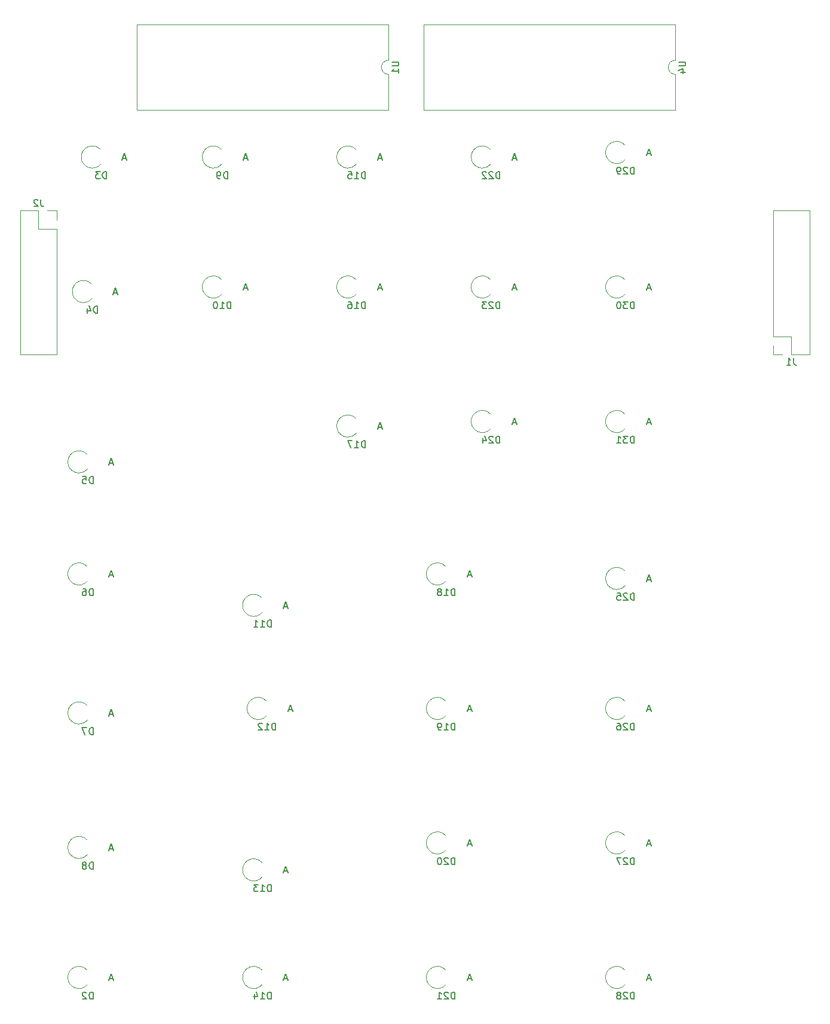
<source format=gbr>
G04 #@! TF.GenerationSoftware,KiCad,Pcbnew,5.0.2-bee76a0~70~ubuntu18.04.1*
G04 #@! TF.CreationDate,2020-02-25T15:21:58-05:00*
G04 #@! TF.ProjectId,led-display,6c65642d-6469-4737-906c-61792e6b6963,rev?*
G04 #@! TF.SameCoordinates,Original*
G04 #@! TF.FileFunction,Legend,Bot*
G04 #@! TF.FilePolarity,Positive*
%FSLAX46Y46*%
G04 Gerber Fmt 4.6, Leading zero omitted, Abs format (unit mm)*
G04 Created by KiCad (PCBNEW 5.0.2-bee76a0~70~ubuntu18.04.1) date Tue 25 Feb 2020 03:21:58 PM EST*
%MOMM*%
%LPD*%
G01*
G04 APERTURE LIST*
%ADD10C,0.120000*%
%ADD11C,0.150000*%
G04 APERTURE END LIST*
D10*
G04 #@! TO.C,J1*
X145990000Y-64710000D02*
X151190000Y-64710000D01*
X145990000Y-82550000D02*
X145990000Y-64710000D01*
X151190000Y-85150000D02*
X151190000Y-64710000D01*
X145990000Y-82550000D02*
X148590000Y-82550000D01*
X148590000Y-82550000D02*
X148590000Y-85150000D01*
X148590000Y-85150000D02*
X151190000Y-85150000D01*
X145990000Y-83820000D02*
X145990000Y-85150000D01*
X145990000Y-85150000D02*
X147320000Y-85150000D01*
G04 #@! TO.C,J2*
X44510000Y-64710000D02*
X43180000Y-64710000D01*
X44510000Y-66040000D02*
X44510000Y-64710000D01*
X41910000Y-64710000D02*
X39310000Y-64710000D01*
X41910000Y-67310000D02*
X41910000Y-64710000D01*
X44510000Y-67310000D02*
X41910000Y-67310000D01*
X39310000Y-64710000D02*
X39310000Y-85150000D01*
X44510000Y-67310000D02*
X44510000Y-85150000D01*
X44510000Y-85150000D02*
X39310000Y-85150000D01*
G04 #@! TO.C,U1*
X91500000Y-43450000D02*
G75*
G03X91500000Y-45450000I0J-1000000D01*
G01*
X91500000Y-45450000D02*
X91500000Y-50510000D01*
X91500000Y-50510000D02*
X55820000Y-50510000D01*
X55820000Y-50510000D02*
X55820000Y-38390000D01*
X55820000Y-38390000D02*
X91500000Y-38390000D01*
X91500000Y-38390000D02*
X91500000Y-43450000D01*
G04 #@! TO.C,U4*
X132140000Y-38390000D02*
X132140000Y-43450000D01*
X96460000Y-38390000D02*
X132140000Y-38390000D01*
X96460000Y-50510000D02*
X96460000Y-38390000D01*
X132140000Y-50510000D02*
X96460000Y-50510000D01*
X132140000Y-45450000D02*
X132140000Y-50510000D01*
X132140000Y-43450000D02*
G75*
G03X132140000Y-45450000I0J-1000000D01*
G01*
G04 #@! TO.C,D2*
X48776253Y-172287019D02*
G75*
G03X48835772Y-174355000I-1151253J-1067981D01*
G01*
G04 #@! TO.C,D3*
X50681253Y-56082019D02*
G75*
G03X50740772Y-58150000I-1151253J-1067981D01*
G01*
G04 #@! TO.C,D4*
X49411253Y-75132019D02*
G75*
G03X49470772Y-77200000I-1151253J-1067981D01*
G01*
G04 #@! TO.C,D5*
X48776253Y-99262019D02*
G75*
G03X48835772Y-101330000I-1151253J-1067981D01*
G01*
G04 #@! TO.C,D6*
X48776253Y-115137019D02*
G75*
G03X48835772Y-117205000I-1151253J-1067981D01*
G01*
G04 #@! TO.C,D7*
X48776253Y-134822019D02*
G75*
G03X48835772Y-136890000I-1151253J-1067981D01*
G01*
G04 #@! TO.C,D8*
X48776253Y-153872019D02*
G75*
G03X48835772Y-155940000I-1151253J-1067981D01*
G01*
G04 #@! TO.C,D9*
X67826253Y-56082019D02*
G75*
G03X67885772Y-58150000I-1151253J-1067981D01*
G01*
G04 #@! TO.C,D10*
X67826253Y-74497019D02*
G75*
G03X67885772Y-76565000I-1151253J-1067981D01*
G01*
G04 #@! TO.C,D11*
X73541253Y-119582019D02*
G75*
G03X73600772Y-121650000I-1151253J-1067981D01*
G01*
G04 #@! TO.C,D12*
X74176253Y-134187019D02*
G75*
G03X74235772Y-136255000I-1151253J-1067981D01*
G01*
G04 #@! TO.C,D13*
X73541253Y-157047019D02*
G75*
G03X73600772Y-159115000I-1151253J-1067981D01*
G01*
G04 #@! TO.C,D14*
X73541253Y-172287019D02*
G75*
G03X73600772Y-174355000I-1151253J-1067981D01*
G01*
G04 #@! TO.C,D15*
X86876253Y-56082019D02*
G75*
G03X86935772Y-58150000I-1151253J-1067981D01*
G01*
G04 #@! TO.C,D16*
X86876253Y-74497019D02*
G75*
G03X86935772Y-76565000I-1151253J-1067981D01*
G01*
G04 #@! TO.C,D17*
X86876253Y-94182019D02*
G75*
G03X86935772Y-96250000I-1151253J-1067981D01*
G01*
G04 #@! TO.C,D18*
X99576253Y-115137019D02*
G75*
G03X99635772Y-117205000I-1151253J-1067981D01*
G01*
G04 #@! TO.C,D19*
X99576253Y-134187019D02*
G75*
G03X99635772Y-136255000I-1151253J-1067981D01*
G01*
G04 #@! TO.C,D20*
X99576253Y-153237019D02*
G75*
G03X99635772Y-155305000I-1151253J-1067981D01*
G01*
G04 #@! TO.C,D21*
X99576253Y-172287019D02*
G75*
G03X99635772Y-174355000I-1151253J-1067981D01*
G01*
G04 #@! TO.C,D22*
X105926253Y-56082019D02*
G75*
G03X105985772Y-58150000I-1151253J-1067981D01*
G01*
G04 #@! TO.C,D23*
X105926253Y-74497019D02*
G75*
G03X105985772Y-76565000I-1151253J-1067981D01*
G01*
G04 #@! TO.C,D24*
X105926253Y-93547019D02*
G75*
G03X105985772Y-95615000I-1151253J-1067981D01*
G01*
G04 #@! TO.C,D25*
X124976253Y-115772019D02*
G75*
G03X125035772Y-117840000I-1151253J-1067981D01*
G01*
G04 #@! TO.C,D26*
X124976253Y-134187019D02*
G75*
G03X125035772Y-136255000I-1151253J-1067981D01*
G01*
G04 #@! TO.C,D27*
X124976253Y-153237019D02*
G75*
G03X125035772Y-155305000I-1151253J-1067981D01*
G01*
G04 #@! TO.C,D28*
X124976253Y-172287019D02*
G75*
G03X125035772Y-174355000I-1151253J-1067981D01*
G01*
G04 #@! TO.C,D29*
X124976253Y-55447019D02*
G75*
G03X125035772Y-57515000I-1151253J-1067981D01*
G01*
G04 #@! TO.C,D30*
X124976253Y-74497019D02*
G75*
G03X125035772Y-76565000I-1151253J-1067981D01*
G01*
G04 #@! TO.C,D31*
X124976253Y-93547019D02*
G75*
G03X125035772Y-95615000I-1151253J-1067981D01*
G01*
G04 #@! TO.C,J1*
D11*
X148923333Y-85602380D02*
X148923333Y-86316666D01*
X148970952Y-86459523D01*
X149066190Y-86554761D01*
X149209047Y-86602380D01*
X149304285Y-86602380D01*
X147923333Y-86602380D02*
X148494761Y-86602380D01*
X148209047Y-86602380D02*
X148209047Y-85602380D01*
X148304285Y-85745238D01*
X148399523Y-85840476D01*
X148494761Y-85888095D01*
G04 #@! TO.C,J2*
X42243333Y-63162380D02*
X42243333Y-63876666D01*
X42290952Y-64019523D01*
X42386190Y-64114761D01*
X42529047Y-64162380D01*
X42624285Y-64162380D01*
X41814761Y-63257619D02*
X41767142Y-63210000D01*
X41671904Y-63162380D01*
X41433809Y-63162380D01*
X41338571Y-63210000D01*
X41290952Y-63257619D01*
X41243333Y-63352857D01*
X41243333Y-63448095D01*
X41290952Y-63590952D01*
X41862380Y-64162380D01*
X41243333Y-64162380D01*
G04 #@! TO.C,U1*
X91952380Y-43688095D02*
X92761904Y-43688095D01*
X92857142Y-43735714D01*
X92904761Y-43783333D01*
X92952380Y-43878571D01*
X92952380Y-44069047D01*
X92904761Y-44164285D01*
X92857142Y-44211904D01*
X92761904Y-44259523D01*
X91952380Y-44259523D01*
X92952380Y-45259523D02*
X92952380Y-44688095D01*
X92952380Y-44973809D02*
X91952380Y-44973809D01*
X92095238Y-44878571D01*
X92190476Y-44783333D01*
X92238095Y-44688095D01*
G04 #@! TO.C,U4*
X132592380Y-43688095D02*
X133401904Y-43688095D01*
X133497142Y-43735714D01*
X133544761Y-43783333D01*
X133592380Y-43878571D01*
X133592380Y-44069047D01*
X133544761Y-44164285D01*
X133497142Y-44211904D01*
X133401904Y-44259523D01*
X132592380Y-44259523D01*
X132925714Y-45164285D02*
X133592380Y-45164285D01*
X132544761Y-44926190D02*
X133259047Y-44688095D01*
X133259047Y-45307142D01*
G04 #@! TO.C,D2*
X49633095Y-176416594D02*
X49633095Y-175416594D01*
X49395000Y-175416594D01*
X49252142Y-175464214D01*
X49156904Y-175559452D01*
X49109285Y-175654690D01*
X49061666Y-175845166D01*
X49061666Y-175988023D01*
X49109285Y-176178499D01*
X49156904Y-176273737D01*
X49252142Y-176368975D01*
X49395000Y-176416594D01*
X49633095Y-176416594D01*
X48680714Y-175511833D02*
X48633095Y-175464214D01*
X48537857Y-175416594D01*
X48299761Y-175416594D01*
X48204523Y-175464214D01*
X48156904Y-175511833D01*
X48109285Y-175607071D01*
X48109285Y-175702309D01*
X48156904Y-175845166D01*
X48728333Y-176416594D01*
X48109285Y-176416594D01*
X52403095Y-173521666D02*
X51926904Y-173521666D01*
X52498333Y-173807380D02*
X52165000Y-172807380D01*
X51831666Y-173807380D01*
G04 #@! TO.C,D3*
X51538095Y-60211594D02*
X51538095Y-59211594D01*
X51300000Y-59211594D01*
X51157142Y-59259214D01*
X51061904Y-59354452D01*
X51014285Y-59449690D01*
X50966666Y-59640166D01*
X50966666Y-59783023D01*
X51014285Y-59973499D01*
X51061904Y-60068737D01*
X51157142Y-60163975D01*
X51300000Y-60211594D01*
X51538095Y-60211594D01*
X50633333Y-59211594D02*
X50014285Y-59211594D01*
X50347619Y-59592547D01*
X50204761Y-59592547D01*
X50109523Y-59640166D01*
X50061904Y-59687785D01*
X50014285Y-59783023D01*
X50014285Y-60021118D01*
X50061904Y-60116356D01*
X50109523Y-60163975D01*
X50204761Y-60211594D01*
X50490476Y-60211594D01*
X50585714Y-60163975D01*
X50633333Y-60116356D01*
X54308095Y-57316666D02*
X53831904Y-57316666D01*
X54403333Y-57602380D02*
X54070000Y-56602380D01*
X53736666Y-57602380D01*
G04 #@! TO.C,D4*
X50268095Y-79261594D02*
X50268095Y-78261594D01*
X50030000Y-78261594D01*
X49887142Y-78309214D01*
X49791904Y-78404452D01*
X49744285Y-78499690D01*
X49696666Y-78690166D01*
X49696666Y-78833023D01*
X49744285Y-79023499D01*
X49791904Y-79118737D01*
X49887142Y-79213975D01*
X50030000Y-79261594D01*
X50268095Y-79261594D01*
X48839523Y-78594928D02*
X48839523Y-79261594D01*
X49077619Y-78213975D02*
X49315714Y-78928261D01*
X48696666Y-78928261D01*
X53038095Y-76366666D02*
X52561904Y-76366666D01*
X53133333Y-76652380D02*
X52800000Y-75652380D01*
X52466666Y-76652380D01*
G04 #@! TO.C,D5*
X49633095Y-103391594D02*
X49633095Y-102391594D01*
X49395000Y-102391594D01*
X49252142Y-102439214D01*
X49156904Y-102534452D01*
X49109285Y-102629690D01*
X49061666Y-102820166D01*
X49061666Y-102963023D01*
X49109285Y-103153499D01*
X49156904Y-103248737D01*
X49252142Y-103343975D01*
X49395000Y-103391594D01*
X49633095Y-103391594D01*
X48156904Y-102391594D02*
X48633095Y-102391594D01*
X48680714Y-102867785D01*
X48633095Y-102820166D01*
X48537857Y-102772547D01*
X48299761Y-102772547D01*
X48204523Y-102820166D01*
X48156904Y-102867785D01*
X48109285Y-102963023D01*
X48109285Y-103201118D01*
X48156904Y-103296356D01*
X48204523Y-103343975D01*
X48299761Y-103391594D01*
X48537857Y-103391594D01*
X48633095Y-103343975D01*
X48680714Y-103296356D01*
X52403095Y-100496666D02*
X51926904Y-100496666D01*
X52498333Y-100782380D02*
X52165000Y-99782380D01*
X51831666Y-100782380D01*
G04 #@! TO.C,D6*
X49633095Y-119266594D02*
X49633095Y-118266594D01*
X49395000Y-118266594D01*
X49252142Y-118314214D01*
X49156904Y-118409452D01*
X49109285Y-118504690D01*
X49061666Y-118695166D01*
X49061666Y-118838023D01*
X49109285Y-119028499D01*
X49156904Y-119123737D01*
X49252142Y-119218975D01*
X49395000Y-119266594D01*
X49633095Y-119266594D01*
X48204523Y-118266594D02*
X48395000Y-118266594D01*
X48490238Y-118314214D01*
X48537857Y-118361833D01*
X48633095Y-118504690D01*
X48680714Y-118695166D01*
X48680714Y-119076118D01*
X48633095Y-119171356D01*
X48585476Y-119218975D01*
X48490238Y-119266594D01*
X48299761Y-119266594D01*
X48204523Y-119218975D01*
X48156904Y-119171356D01*
X48109285Y-119076118D01*
X48109285Y-118838023D01*
X48156904Y-118742785D01*
X48204523Y-118695166D01*
X48299761Y-118647547D01*
X48490238Y-118647547D01*
X48585476Y-118695166D01*
X48633095Y-118742785D01*
X48680714Y-118838023D01*
X52403095Y-116371666D02*
X51926904Y-116371666D01*
X52498333Y-116657380D02*
X52165000Y-115657380D01*
X51831666Y-116657380D01*
G04 #@! TO.C,D7*
X49633095Y-138951594D02*
X49633095Y-137951594D01*
X49395000Y-137951594D01*
X49252142Y-137999214D01*
X49156904Y-138094452D01*
X49109285Y-138189690D01*
X49061666Y-138380166D01*
X49061666Y-138523023D01*
X49109285Y-138713499D01*
X49156904Y-138808737D01*
X49252142Y-138903975D01*
X49395000Y-138951594D01*
X49633095Y-138951594D01*
X48728333Y-137951594D02*
X48061666Y-137951594D01*
X48490238Y-138951594D01*
X52403095Y-136056666D02*
X51926904Y-136056666D01*
X52498333Y-136342380D02*
X52165000Y-135342380D01*
X51831666Y-136342380D01*
G04 #@! TO.C,D8*
X49633095Y-158001594D02*
X49633095Y-157001594D01*
X49395000Y-157001594D01*
X49252142Y-157049214D01*
X49156904Y-157144452D01*
X49109285Y-157239690D01*
X49061666Y-157430166D01*
X49061666Y-157573023D01*
X49109285Y-157763499D01*
X49156904Y-157858737D01*
X49252142Y-157953975D01*
X49395000Y-158001594D01*
X49633095Y-158001594D01*
X48490238Y-157430166D02*
X48585476Y-157382547D01*
X48633095Y-157334928D01*
X48680714Y-157239690D01*
X48680714Y-157192071D01*
X48633095Y-157096833D01*
X48585476Y-157049214D01*
X48490238Y-157001594D01*
X48299761Y-157001594D01*
X48204523Y-157049214D01*
X48156904Y-157096833D01*
X48109285Y-157192071D01*
X48109285Y-157239690D01*
X48156904Y-157334928D01*
X48204523Y-157382547D01*
X48299761Y-157430166D01*
X48490238Y-157430166D01*
X48585476Y-157477785D01*
X48633095Y-157525404D01*
X48680714Y-157620642D01*
X48680714Y-157811118D01*
X48633095Y-157906356D01*
X48585476Y-157953975D01*
X48490238Y-158001594D01*
X48299761Y-158001594D01*
X48204523Y-157953975D01*
X48156904Y-157906356D01*
X48109285Y-157811118D01*
X48109285Y-157620642D01*
X48156904Y-157525404D01*
X48204523Y-157477785D01*
X48299761Y-157430166D01*
X52403095Y-155106666D02*
X51926904Y-155106666D01*
X52498333Y-155392380D02*
X52165000Y-154392380D01*
X51831666Y-155392380D01*
G04 #@! TO.C,D9*
X68683095Y-60211594D02*
X68683095Y-59211594D01*
X68445000Y-59211594D01*
X68302142Y-59259214D01*
X68206904Y-59354452D01*
X68159285Y-59449690D01*
X68111666Y-59640166D01*
X68111666Y-59783023D01*
X68159285Y-59973499D01*
X68206904Y-60068737D01*
X68302142Y-60163975D01*
X68445000Y-60211594D01*
X68683095Y-60211594D01*
X67635476Y-60211594D02*
X67445000Y-60211594D01*
X67349761Y-60163975D01*
X67302142Y-60116356D01*
X67206904Y-59973499D01*
X67159285Y-59783023D01*
X67159285Y-59402071D01*
X67206904Y-59306833D01*
X67254523Y-59259214D01*
X67349761Y-59211594D01*
X67540238Y-59211594D01*
X67635476Y-59259214D01*
X67683095Y-59306833D01*
X67730714Y-59402071D01*
X67730714Y-59640166D01*
X67683095Y-59735404D01*
X67635476Y-59783023D01*
X67540238Y-59830642D01*
X67349761Y-59830642D01*
X67254523Y-59783023D01*
X67206904Y-59735404D01*
X67159285Y-59640166D01*
X71453095Y-57316666D02*
X70976904Y-57316666D01*
X71548333Y-57602380D02*
X71215000Y-56602380D01*
X70881666Y-57602380D01*
G04 #@! TO.C,D10*
X69159285Y-78626594D02*
X69159285Y-77626594D01*
X68921190Y-77626594D01*
X68778333Y-77674214D01*
X68683095Y-77769452D01*
X68635476Y-77864690D01*
X68587857Y-78055166D01*
X68587857Y-78198023D01*
X68635476Y-78388499D01*
X68683095Y-78483737D01*
X68778333Y-78578975D01*
X68921190Y-78626594D01*
X69159285Y-78626594D01*
X67635476Y-78626594D02*
X68206904Y-78626594D01*
X67921190Y-78626594D02*
X67921190Y-77626594D01*
X68016428Y-77769452D01*
X68111666Y-77864690D01*
X68206904Y-77912309D01*
X67016428Y-77626594D02*
X66921190Y-77626594D01*
X66825952Y-77674214D01*
X66778333Y-77721833D01*
X66730714Y-77817071D01*
X66683095Y-78007547D01*
X66683095Y-78245642D01*
X66730714Y-78436118D01*
X66778333Y-78531356D01*
X66825952Y-78578975D01*
X66921190Y-78626594D01*
X67016428Y-78626594D01*
X67111666Y-78578975D01*
X67159285Y-78531356D01*
X67206904Y-78436118D01*
X67254523Y-78245642D01*
X67254523Y-78007547D01*
X67206904Y-77817071D01*
X67159285Y-77721833D01*
X67111666Y-77674214D01*
X67016428Y-77626594D01*
X71453095Y-75731666D02*
X70976904Y-75731666D01*
X71548333Y-76017380D02*
X71215000Y-75017380D01*
X70881666Y-76017380D01*
G04 #@! TO.C,D11*
X74874285Y-123711594D02*
X74874285Y-122711594D01*
X74636190Y-122711594D01*
X74493333Y-122759214D01*
X74398095Y-122854452D01*
X74350476Y-122949690D01*
X74302857Y-123140166D01*
X74302857Y-123283023D01*
X74350476Y-123473499D01*
X74398095Y-123568737D01*
X74493333Y-123663975D01*
X74636190Y-123711594D01*
X74874285Y-123711594D01*
X73350476Y-123711594D02*
X73921904Y-123711594D01*
X73636190Y-123711594D02*
X73636190Y-122711594D01*
X73731428Y-122854452D01*
X73826666Y-122949690D01*
X73921904Y-122997309D01*
X72398095Y-123711594D02*
X72969523Y-123711594D01*
X72683809Y-123711594D02*
X72683809Y-122711594D01*
X72779047Y-122854452D01*
X72874285Y-122949690D01*
X72969523Y-122997309D01*
X77168095Y-120816666D02*
X76691904Y-120816666D01*
X77263333Y-121102380D02*
X76930000Y-120102380D01*
X76596666Y-121102380D01*
G04 #@! TO.C,D12*
X75509285Y-138316594D02*
X75509285Y-137316594D01*
X75271190Y-137316594D01*
X75128333Y-137364214D01*
X75033095Y-137459452D01*
X74985476Y-137554690D01*
X74937857Y-137745166D01*
X74937857Y-137888023D01*
X74985476Y-138078499D01*
X75033095Y-138173737D01*
X75128333Y-138268975D01*
X75271190Y-138316594D01*
X75509285Y-138316594D01*
X73985476Y-138316594D02*
X74556904Y-138316594D01*
X74271190Y-138316594D02*
X74271190Y-137316594D01*
X74366428Y-137459452D01*
X74461666Y-137554690D01*
X74556904Y-137602309D01*
X73604523Y-137411833D02*
X73556904Y-137364214D01*
X73461666Y-137316594D01*
X73223571Y-137316594D01*
X73128333Y-137364214D01*
X73080714Y-137411833D01*
X73033095Y-137507071D01*
X73033095Y-137602309D01*
X73080714Y-137745166D01*
X73652142Y-138316594D01*
X73033095Y-138316594D01*
X77803095Y-135421666D02*
X77326904Y-135421666D01*
X77898333Y-135707380D02*
X77565000Y-134707380D01*
X77231666Y-135707380D01*
G04 #@! TO.C,D13*
X74874285Y-161176594D02*
X74874285Y-160176594D01*
X74636190Y-160176594D01*
X74493333Y-160224214D01*
X74398095Y-160319452D01*
X74350476Y-160414690D01*
X74302857Y-160605166D01*
X74302857Y-160748023D01*
X74350476Y-160938499D01*
X74398095Y-161033737D01*
X74493333Y-161128975D01*
X74636190Y-161176594D01*
X74874285Y-161176594D01*
X73350476Y-161176594D02*
X73921904Y-161176594D01*
X73636190Y-161176594D02*
X73636190Y-160176594D01*
X73731428Y-160319452D01*
X73826666Y-160414690D01*
X73921904Y-160462309D01*
X73017142Y-160176594D02*
X72398095Y-160176594D01*
X72731428Y-160557547D01*
X72588571Y-160557547D01*
X72493333Y-160605166D01*
X72445714Y-160652785D01*
X72398095Y-160748023D01*
X72398095Y-160986118D01*
X72445714Y-161081356D01*
X72493333Y-161128975D01*
X72588571Y-161176594D01*
X72874285Y-161176594D01*
X72969523Y-161128975D01*
X73017142Y-161081356D01*
X77168095Y-158281666D02*
X76691904Y-158281666D01*
X77263333Y-158567380D02*
X76930000Y-157567380D01*
X76596666Y-158567380D01*
G04 #@! TO.C,D14*
X74874285Y-176416594D02*
X74874285Y-175416594D01*
X74636190Y-175416594D01*
X74493333Y-175464214D01*
X74398095Y-175559452D01*
X74350476Y-175654690D01*
X74302857Y-175845166D01*
X74302857Y-175988023D01*
X74350476Y-176178499D01*
X74398095Y-176273737D01*
X74493333Y-176368975D01*
X74636190Y-176416594D01*
X74874285Y-176416594D01*
X73350476Y-176416594D02*
X73921904Y-176416594D01*
X73636190Y-176416594D02*
X73636190Y-175416594D01*
X73731428Y-175559452D01*
X73826666Y-175654690D01*
X73921904Y-175702309D01*
X72493333Y-175749928D02*
X72493333Y-176416594D01*
X72731428Y-175368975D02*
X72969523Y-176083261D01*
X72350476Y-176083261D01*
X77168095Y-173521666D02*
X76691904Y-173521666D01*
X77263333Y-173807380D02*
X76930000Y-172807380D01*
X76596666Y-173807380D01*
G04 #@! TO.C,D15*
X88209285Y-60211594D02*
X88209285Y-59211594D01*
X87971190Y-59211594D01*
X87828333Y-59259214D01*
X87733095Y-59354452D01*
X87685476Y-59449690D01*
X87637857Y-59640166D01*
X87637857Y-59783023D01*
X87685476Y-59973499D01*
X87733095Y-60068737D01*
X87828333Y-60163975D01*
X87971190Y-60211594D01*
X88209285Y-60211594D01*
X86685476Y-60211594D02*
X87256904Y-60211594D01*
X86971190Y-60211594D02*
X86971190Y-59211594D01*
X87066428Y-59354452D01*
X87161666Y-59449690D01*
X87256904Y-59497309D01*
X85780714Y-59211594D02*
X86256904Y-59211594D01*
X86304523Y-59687785D01*
X86256904Y-59640166D01*
X86161666Y-59592547D01*
X85923571Y-59592547D01*
X85828333Y-59640166D01*
X85780714Y-59687785D01*
X85733095Y-59783023D01*
X85733095Y-60021118D01*
X85780714Y-60116356D01*
X85828333Y-60163975D01*
X85923571Y-60211594D01*
X86161666Y-60211594D01*
X86256904Y-60163975D01*
X86304523Y-60116356D01*
X90503095Y-57316666D02*
X90026904Y-57316666D01*
X90598333Y-57602380D02*
X90265000Y-56602380D01*
X89931666Y-57602380D01*
G04 #@! TO.C,D16*
X88209285Y-78626594D02*
X88209285Y-77626594D01*
X87971190Y-77626594D01*
X87828333Y-77674214D01*
X87733095Y-77769452D01*
X87685476Y-77864690D01*
X87637857Y-78055166D01*
X87637857Y-78198023D01*
X87685476Y-78388499D01*
X87733095Y-78483737D01*
X87828333Y-78578975D01*
X87971190Y-78626594D01*
X88209285Y-78626594D01*
X86685476Y-78626594D02*
X87256904Y-78626594D01*
X86971190Y-78626594D02*
X86971190Y-77626594D01*
X87066428Y-77769452D01*
X87161666Y-77864690D01*
X87256904Y-77912309D01*
X85828333Y-77626594D02*
X86018809Y-77626594D01*
X86114047Y-77674214D01*
X86161666Y-77721833D01*
X86256904Y-77864690D01*
X86304523Y-78055166D01*
X86304523Y-78436118D01*
X86256904Y-78531356D01*
X86209285Y-78578975D01*
X86114047Y-78626594D01*
X85923571Y-78626594D01*
X85828333Y-78578975D01*
X85780714Y-78531356D01*
X85733095Y-78436118D01*
X85733095Y-78198023D01*
X85780714Y-78102785D01*
X85828333Y-78055166D01*
X85923571Y-78007547D01*
X86114047Y-78007547D01*
X86209285Y-78055166D01*
X86256904Y-78102785D01*
X86304523Y-78198023D01*
X90503095Y-75731666D02*
X90026904Y-75731666D01*
X90598333Y-76017380D02*
X90265000Y-75017380D01*
X89931666Y-76017380D01*
G04 #@! TO.C,D17*
X88209285Y-98311594D02*
X88209285Y-97311594D01*
X87971190Y-97311594D01*
X87828333Y-97359214D01*
X87733095Y-97454452D01*
X87685476Y-97549690D01*
X87637857Y-97740166D01*
X87637857Y-97883023D01*
X87685476Y-98073499D01*
X87733095Y-98168737D01*
X87828333Y-98263975D01*
X87971190Y-98311594D01*
X88209285Y-98311594D01*
X86685476Y-98311594D02*
X87256904Y-98311594D01*
X86971190Y-98311594D02*
X86971190Y-97311594D01*
X87066428Y-97454452D01*
X87161666Y-97549690D01*
X87256904Y-97597309D01*
X86352142Y-97311594D02*
X85685476Y-97311594D01*
X86114047Y-98311594D01*
X90503095Y-95416666D02*
X90026904Y-95416666D01*
X90598333Y-95702380D02*
X90265000Y-94702380D01*
X89931666Y-95702380D01*
G04 #@! TO.C,D18*
X100909285Y-119266594D02*
X100909285Y-118266594D01*
X100671190Y-118266594D01*
X100528333Y-118314214D01*
X100433095Y-118409452D01*
X100385476Y-118504690D01*
X100337857Y-118695166D01*
X100337857Y-118838023D01*
X100385476Y-119028499D01*
X100433095Y-119123737D01*
X100528333Y-119218975D01*
X100671190Y-119266594D01*
X100909285Y-119266594D01*
X99385476Y-119266594D02*
X99956904Y-119266594D01*
X99671190Y-119266594D02*
X99671190Y-118266594D01*
X99766428Y-118409452D01*
X99861666Y-118504690D01*
X99956904Y-118552309D01*
X98814047Y-118695166D02*
X98909285Y-118647547D01*
X98956904Y-118599928D01*
X99004523Y-118504690D01*
X99004523Y-118457071D01*
X98956904Y-118361833D01*
X98909285Y-118314214D01*
X98814047Y-118266594D01*
X98623571Y-118266594D01*
X98528333Y-118314214D01*
X98480714Y-118361833D01*
X98433095Y-118457071D01*
X98433095Y-118504690D01*
X98480714Y-118599928D01*
X98528333Y-118647547D01*
X98623571Y-118695166D01*
X98814047Y-118695166D01*
X98909285Y-118742785D01*
X98956904Y-118790404D01*
X99004523Y-118885642D01*
X99004523Y-119076118D01*
X98956904Y-119171356D01*
X98909285Y-119218975D01*
X98814047Y-119266594D01*
X98623571Y-119266594D01*
X98528333Y-119218975D01*
X98480714Y-119171356D01*
X98433095Y-119076118D01*
X98433095Y-118885642D01*
X98480714Y-118790404D01*
X98528333Y-118742785D01*
X98623571Y-118695166D01*
X103203095Y-116371666D02*
X102726904Y-116371666D01*
X103298333Y-116657380D02*
X102965000Y-115657380D01*
X102631666Y-116657380D01*
G04 #@! TO.C,D19*
X100909285Y-138316594D02*
X100909285Y-137316594D01*
X100671190Y-137316594D01*
X100528333Y-137364214D01*
X100433095Y-137459452D01*
X100385476Y-137554690D01*
X100337857Y-137745166D01*
X100337857Y-137888023D01*
X100385476Y-138078499D01*
X100433095Y-138173737D01*
X100528333Y-138268975D01*
X100671190Y-138316594D01*
X100909285Y-138316594D01*
X99385476Y-138316594D02*
X99956904Y-138316594D01*
X99671190Y-138316594D02*
X99671190Y-137316594D01*
X99766428Y-137459452D01*
X99861666Y-137554690D01*
X99956904Y-137602309D01*
X98909285Y-138316594D02*
X98718809Y-138316594D01*
X98623571Y-138268975D01*
X98575952Y-138221356D01*
X98480714Y-138078499D01*
X98433095Y-137888023D01*
X98433095Y-137507071D01*
X98480714Y-137411833D01*
X98528333Y-137364214D01*
X98623571Y-137316594D01*
X98814047Y-137316594D01*
X98909285Y-137364214D01*
X98956904Y-137411833D01*
X99004523Y-137507071D01*
X99004523Y-137745166D01*
X98956904Y-137840404D01*
X98909285Y-137888023D01*
X98814047Y-137935642D01*
X98623571Y-137935642D01*
X98528333Y-137888023D01*
X98480714Y-137840404D01*
X98433095Y-137745166D01*
X103203095Y-135421666D02*
X102726904Y-135421666D01*
X103298333Y-135707380D02*
X102965000Y-134707380D01*
X102631666Y-135707380D01*
G04 #@! TO.C,D20*
X100909285Y-157366594D02*
X100909285Y-156366594D01*
X100671190Y-156366594D01*
X100528333Y-156414214D01*
X100433095Y-156509452D01*
X100385476Y-156604690D01*
X100337857Y-156795166D01*
X100337857Y-156938023D01*
X100385476Y-157128499D01*
X100433095Y-157223737D01*
X100528333Y-157318975D01*
X100671190Y-157366594D01*
X100909285Y-157366594D01*
X99956904Y-156461833D02*
X99909285Y-156414214D01*
X99814047Y-156366594D01*
X99575952Y-156366594D01*
X99480714Y-156414214D01*
X99433095Y-156461833D01*
X99385476Y-156557071D01*
X99385476Y-156652309D01*
X99433095Y-156795166D01*
X100004523Y-157366594D01*
X99385476Y-157366594D01*
X98766428Y-156366594D02*
X98671190Y-156366594D01*
X98575952Y-156414214D01*
X98528333Y-156461833D01*
X98480714Y-156557071D01*
X98433095Y-156747547D01*
X98433095Y-156985642D01*
X98480714Y-157176118D01*
X98528333Y-157271356D01*
X98575952Y-157318975D01*
X98671190Y-157366594D01*
X98766428Y-157366594D01*
X98861666Y-157318975D01*
X98909285Y-157271356D01*
X98956904Y-157176118D01*
X99004523Y-156985642D01*
X99004523Y-156747547D01*
X98956904Y-156557071D01*
X98909285Y-156461833D01*
X98861666Y-156414214D01*
X98766428Y-156366594D01*
X103203095Y-154471666D02*
X102726904Y-154471666D01*
X103298333Y-154757380D02*
X102965000Y-153757380D01*
X102631666Y-154757380D01*
G04 #@! TO.C,D21*
X100909285Y-176416594D02*
X100909285Y-175416594D01*
X100671190Y-175416594D01*
X100528333Y-175464214D01*
X100433095Y-175559452D01*
X100385476Y-175654690D01*
X100337857Y-175845166D01*
X100337857Y-175988023D01*
X100385476Y-176178499D01*
X100433095Y-176273737D01*
X100528333Y-176368975D01*
X100671190Y-176416594D01*
X100909285Y-176416594D01*
X99956904Y-175511833D02*
X99909285Y-175464214D01*
X99814047Y-175416594D01*
X99575952Y-175416594D01*
X99480714Y-175464214D01*
X99433095Y-175511833D01*
X99385476Y-175607071D01*
X99385476Y-175702309D01*
X99433095Y-175845166D01*
X100004523Y-176416594D01*
X99385476Y-176416594D01*
X98433095Y-176416594D02*
X99004523Y-176416594D01*
X98718809Y-176416594D02*
X98718809Y-175416594D01*
X98814047Y-175559452D01*
X98909285Y-175654690D01*
X99004523Y-175702309D01*
X103203095Y-173521666D02*
X102726904Y-173521666D01*
X103298333Y-173807380D02*
X102965000Y-172807380D01*
X102631666Y-173807380D01*
G04 #@! TO.C,D22*
X107259285Y-60211594D02*
X107259285Y-59211594D01*
X107021190Y-59211594D01*
X106878333Y-59259214D01*
X106783095Y-59354452D01*
X106735476Y-59449690D01*
X106687857Y-59640166D01*
X106687857Y-59783023D01*
X106735476Y-59973499D01*
X106783095Y-60068737D01*
X106878333Y-60163975D01*
X107021190Y-60211594D01*
X107259285Y-60211594D01*
X106306904Y-59306833D02*
X106259285Y-59259214D01*
X106164047Y-59211594D01*
X105925952Y-59211594D01*
X105830714Y-59259214D01*
X105783095Y-59306833D01*
X105735476Y-59402071D01*
X105735476Y-59497309D01*
X105783095Y-59640166D01*
X106354523Y-60211594D01*
X105735476Y-60211594D01*
X105354523Y-59306833D02*
X105306904Y-59259214D01*
X105211666Y-59211594D01*
X104973571Y-59211594D01*
X104878333Y-59259214D01*
X104830714Y-59306833D01*
X104783095Y-59402071D01*
X104783095Y-59497309D01*
X104830714Y-59640166D01*
X105402142Y-60211594D01*
X104783095Y-60211594D01*
X109553095Y-57316666D02*
X109076904Y-57316666D01*
X109648333Y-57602380D02*
X109315000Y-56602380D01*
X108981666Y-57602380D01*
G04 #@! TO.C,D23*
X107259285Y-78626594D02*
X107259285Y-77626594D01*
X107021190Y-77626594D01*
X106878333Y-77674214D01*
X106783095Y-77769452D01*
X106735476Y-77864690D01*
X106687857Y-78055166D01*
X106687857Y-78198023D01*
X106735476Y-78388499D01*
X106783095Y-78483737D01*
X106878333Y-78578975D01*
X107021190Y-78626594D01*
X107259285Y-78626594D01*
X106306904Y-77721833D02*
X106259285Y-77674214D01*
X106164047Y-77626594D01*
X105925952Y-77626594D01*
X105830714Y-77674214D01*
X105783095Y-77721833D01*
X105735476Y-77817071D01*
X105735476Y-77912309D01*
X105783095Y-78055166D01*
X106354523Y-78626594D01*
X105735476Y-78626594D01*
X105402142Y-77626594D02*
X104783095Y-77626594D01*
X105116428Y-78007547D01*
X104973571Y-78007547D01*
X104878333Y-78055166D01*
X104830714Y-78102785D01*
X104783095Y-78198023D01*
X104783095Y-78436118D01*
X104830714Y-78531356D01*
X104878333Y-78578975D01*
X104973571Y-78626594D01*
X105259285Y-78626594D01*
X105354523Y-78578975D01*
X105402142Y-78531356D01*
X109553095Y-75731666D02*
X109076904Y-75731666D01*
X109648333Y-76017380D02*
X109315000Y-75017380D01*
X108981666Y-76017380D01*
G04 #@! TO.C,D24*
X107259285Y-97676594D02*
X107259285Y-96676594D01*
X107021190Y-96676594D01*
X106878333Y-96724214D01*
X106783095Y-96819452D01*
X106735476Y-96914690D01*
X106687857Y-97105166D01*
X106687857Y-97248023D01*
X106735476Y-97438499D01*
X106783095Y-97533737D01*
X106878333Y-97628975D01*
X107021190Y-97676594D01*
X107259285Y-97676594D01*
X106306904Y-96771833D02*
X106259285Y-96724214D01*
X106164047Y-96676594D01*
X105925952Y-96676594D01*
X105830714Y-96724214D01*
X105783095Y-96771833D01*
X105735476Y-96867071D01*
X105735476Y-96962309D01*
X105783095Y-97105166D01*
X106354523Y-97676594D01*
X105735476Y-97676594D01*
X104878333Y-97009928D02*
X104878333Y-97676594D01*
X105116428Y-96628975D02*
X105354523Y-97343261D01*
X104735476Y-97343261D01*
X109553095Y-94781666D02*
X109076904Y-94781666D01*
X109648333Y-95067380D02*
X109315000Y-94067380D01*
X108981666Y-95067380D01*
G04 #@! TO.C,D25*
X126309285Y-119901594D02*
X126309285Y-118901594D01*
X126071190Y-118901594D01*
X125928333Y-118949214D01*
X125833095Y-119044452D01*
X125785476Y-119139690D01*
X125737857Y-119330166D01*
X125737857Y-119473023D01*
X125785476Y-119663499D01*
X125833095Y-119758737D01*
X125928333Y-119853975D01*
X126071190Y-119901594D01*
X126309285Y-119901594D01*
X125356904Y-118996833D02*
X125309285Y-118949214D01*
X125214047Y-118901594D01*
X124975952Y-118901594D01*
X124880714Y-118949214D01*
X124833095Y-118996833D01*
X124785476Y-119092071D01*
X124785476Y-119187309D01*
X124833095Y-119330166D01*
X125404523Y-119901594D01*
X124785476Y-119901594D01*
X123880714Y-118901594D02*
X124356904Y-118901594D01*
X124404523Y-119377785D01*
X124356904Y-119330166D01*
X124261666Y-119282547D01*
X124023571Y-119282547D01*
X123928333Y-119330166D01*
X123880714Y-119377785D01*
X123833095Y-119473023D01*
X123833095Y-119711118D01*
X123880714Y-119806356D01*
X123928333Y-119853975D01*
X124023571Y-119901594D01*
X124261666Y-119901594D01*
X124356904Y-119853975D01*
X124404523Y-119806356D01*
X128603095Y-117006666D02*
X128126904Y-117006666D01*
X128698333Y-117292380D02*
X128365000Y-116292380D01*
X128031666Y-117292380D01*
G04 #@! TO.C,D26*
X126309285Y-138316594D02*
X126309285Y-137316594D01*
X126071190Y-137316594D01*
X125928333Y-137364214D01*
X125833095Y-137459452D01*
X125785476Y-137554690D01*
X125737857Y-137745166D01*
X125737857Y-137888023D01*
X125785476Y-138078499D01*
X125833095Y-138173737D01*
X125928333Y-138268975D01*
X126071190Y-138316594D01*
X126309285Y-138316594D01*
X125356904Y-137411833D02*
X125309285Y-137364214D01*
X125214047Y-137316594D01*
X124975952Y-137316594D01*
X124880714Y-137364214D01*
X124833095Y-137411833D01*
X124785476Y-137507071D01*
X124785476Y-137602309D01*
X124833095Y-137745166D01*
X125404523Y-138316594D01*
X124785476Y-138316594D01*
X123928333Y-137316594D02*
X124118809Y-137316594D01*
X124214047Y-137364214D01*
X124261666Y-137411833D01*
X124356904Y-137554690D01*
X124404523Y-137745166D01*
X124404523Y-138126118D01*
X124356904Y-138221356D01*
X124309285Y-138268975D01*
X124214047Y-138316594D01*
X124023571Y-138316594D01*
X123928333Y-138268975D01*
X123880714Y-138221356D01*
X123833095Y-138126118D01*
X123833095Y-137888023D01*
X123880714Y-137792785D01*
X123928333Y-137745166D01*
X124023571Y-137697547D01*
X124214047Y-137697547D01*
X124309285Y-137745166D01*
X124356904Y-137792785D01*
X124404523Y-137888023D01*
X128603095Y-135421666D02*
X128126904Y-135421666D01*
X128698333Y-135707380D02*
X128365000Y-134707380D01*
X128031666Y-135707380D01*
G04 #@! TO.C,D27*
X126309285Y-157366594D02*
X126309285Y-156366594D01*
X126071190Y-156366594D01*
X125928333Y-156414214D01*
X125833095Y-156509452D01*
X125785476Y-156604690D01*
X125737857Y-156795166D01*
X125737857Y-156938023D01*
X125785476Y-157128499D01*
X125833095Y-157223737D01*
X125928333Y-157318975D01*
X126071190Y-157366594D01*
X126309285Y-157366594D01*
X125356904Y-156461833D02*
X125309285Y-156414214D01*
X125214047Y-156366594D01*
X124975952Y-156366594D01*
X124880714Y-156414214D01*
X124833095Y-156461833D01*
X124785476Y-156557071D01*
X124785476Y-156652309D01*
X124833095Y-156795166D01*
X125404523Y-157366594D01*
X124785476Y-157366594D01*
X124452142Y-156366594D02*
X123785476Y-156366594D01*
X124214047Y-157366594D01*
X128603095Y-154471666D02*
X128126904Y-154471666D01*
X128698333Y-154757380D02*
X128365000Y-153757380D01*
X128031666Y-154757380D01*
G04 #@! TO.C,D28*
X126309285Y-176416594D02*
X126309285Y-175416594D01*
X126071190Y-175416594D01*
X125928333Y-175464214D01*
X125833095Y-175559452D01*
X125785476Y-175654690D01*
X125737857Y-175845166D01*
X125737857Y-175988023D01*
X125785476Y-176178499D01*
X125833095Y-176273737D01*
X125928333Y-176368975D01*
X126071190Y-176416594D01*
X126309285Y-176416594D01*
X125356904Y-175511833D02*
X125309285Y-175464214D01*
X125214047Y-175416594D01*
X124975952Y-175416594D01*
X124880714Y-175464214D01*
X124833095Y-175511833D01*
X124785476Y-175607071D01*
X124785476Y-175702309D01*
X124833095Y-175845166D01*
X125404523Y-176416594D01*
X124785476Y-176416594D01*
X124214047Y-175845166D02*
X124309285Y-175797547D01*
X124356904Y-175749928D01*
X124404523Y-175654690D01*
X124404523Y-175607071D01*
X124356904Y-175511833D01*
X124309285Y-175464214D01*
X124214047Y-175416594D01*
X124023571Y-175416594D01*
X123928333Y-175464214D01*
X123880714Y-175511833D01*
X123833095Y-175607071D01*
X123833095Y-175654690D01*
X123880714Y-175749928D01*
X123928333Y-175797547D01*
X124023571Y-175845166D01*
X124214047Y-175845166D01*
X124309285Y-175892785D01*
X124356904Y-175940404D01*
X124404523Y-176035642D01*
X124404523Y-176226118D01*
X124356904Y-176321356D01*
X124309285Y-176368975D01*
X124214047Y-176416594D01*
X124023571Y-176416594D01*
X123928333Y-176368975D01*
X123880714Y-176321356D01*
X123833095Y-176226118D01*
X123833095Y-176035642D01*
X123880714Y-175940404D01*
X123928333Y-175892785D01*
X124023571Y-175845166D01*
X128603095Y-173521666D02*
X128126904Y-173521666D01*
X128698333Y-173807380D02*
X128365000Y-172807380D01*
X128031666Y-173807380D01*
G04 #@! TO.C,D29*
X126309285Y-59576594D02*
X126309285Y-58576594D01*
X126071190Y-58576594D01*
X125928333Y-58624214D01*
X125833095Y-58719452D01*
X125785476Y-58814690D01*
X125737857Y-59005166D01*
X125737857Y-59148023D01*
X125785476Y-59338499D01*
X125833095Y-59433737D01*
X125928333Y-59528975D01*
X126071190Y-59576594D01*
X126309285Y-59576594D01*
X125356904Y-58671833D02*
X125309285Y-58624214D01*
X125214047Y-58576594D01*
X124975952Y-58576594D01*
X124880714Y-58624214D01*
X124833095Y-58671833D01*
X124785476Y-58767071D01*
X124785476Y-58862309D01*
X124833095Y-59005166D01*
X125404523Y-59576594D01*
X124785476Y-59576594D01*
X124309285Y-59576594D02*
X124118809Y-59576594D01*
X124023571Y-59528975D01*
X123975952Y-59481356D01*
X123880714Y-59338499D01*
X123833095Y-59148023D01*
X123833095Y-58767071D01*
X123880714Y-58671833D01*
X123928333Y-58624214D01*
X124023571Y-58576594D01*
X124214047Y-58576594D01*
X124309285Y-58624214D01*
X124356904Y-58671833D01*
X124404523Y-58767071D01*
X124404523Y-59005166D01*
X124356904Y-59100404D01*
X124309285Y-59148023D01*
X124214047Y-59195642D01*
X124023571Y-59195642D01*
X123928333Y-59148023D01*
X123880714Y-59100404D01*
X123833095Y-59005166D01*
X128603095Y-56681666D02*
X128126904Y-56681666D01*
X128698333Y-56967380D02*
X128365000Y-55967380D01*
X128031666Y-56967380D01*
G04 #@! TO.C,D30*
X126309285Y-78626594D02*
X126309285Y-77626594D01*
X126071190Y-77626594D01*
X125928333Y-77674214D01*
X125833095Y-77769452D01*
X125785476Y-77864690D01*
X125737857Y-78055166D01*
X125737857Y-78198023D01*
X125785476Y-78388499D01*
X125833095Y-78483737D01*
X125928333Y-78578975D01*
X126071190Y-78626594D01*
X126309285Y-78626594D01*
X125404523Y-77626594D02*
X124785476Y-77626594D01*
X125118809Y-78007547D01*
X124975952Y-78007547D01*
X124880714Y-78055166D01*
X124833095Y-78102785D01*
X124785476Y-78198023D01*
X124785476Y-78436118D01*
X124833095Y-78531356D01*
X124880714Y-78578975D01*
X124975952Y-78626594D01*
X125261666Y-78626594D01*
X125356904Y-78578975D01*
X125404523Y-78531356D01*
X124166428Y-77626594D02*
X124071190Y-77626594D01*
X123975952Y-77674214D01*
X123928333Y-77721833D01*
X123880714Y-77817071D01*
X123833095Y-78007547D01*
X123833095Y-78245642D01*
X123880714Y-78436118D01*
X123928333Y-78531356D01*
X123975952Y-78578975D01*
X124071190Y-78626594D01*
X124166428Y-78626594D01*
X124261666Y-78578975D01*
X124309285Y-78531356D01*
X124356904Y-78436118D01*
X124404523Y-78245642D01*
X124404523Y-78007547D01*
X124356904Y-77817071D01*
X124309285Y-77721833D01*
X124261666Y-77674214D01*
X124166428Y-77626594D01*
X128603095Y-75731666D02*
X128126904Y-75731666D01*
X128698333Y-76017380D02*
X128365000Y-75017380D01*
X128031666Y-76017380D01*
G04 #@! TO.C,D31*
X126309285Y-97676594D02*
X126309285Y-96676594D01*
X126071190Y-96676594D01*
X125928333Y-96724214D01*
X125833095Y-96819452D01*
X125785476Y-96914690D01*
X125737857Y-97105166D01*
X125737857Y-97248023D01*
X125785476Y-97438499D01*
X125833095Y-97533737D01*
X125928333Y-97628975D01*
X126071190Y-97676594D01*
X126309285Y-97676594D01*
X125404523Y-96676594D02*
X124785476Y-96676594D01*
X125118809Y-97057547D01*
X124975952Y-97057547D01*
X124880714Y-97105166D01*
X124833095Y-97152785D01*
X124785476Y-97248023D01*
X124785476Y-97486118D01*
X124833095Y-97581356D01*
X124880714Y-97628975D01*
X124975952Y-97676594D01*
X125261666Y-97676594D01*
X125356904Y-97628975D01*
X125404523Y-97581356D01*
X123833095Y-97676594D02*
X124404523Y-97676594D01*
X124118809Y-97676594D02*
X124118809Y-96676594D01*
X124214047Y-96819452D01*
X124309285Y-96914690D01*
X124404523Y-96962309D01*
X128603095Y-94781666D02*
X128126904Y-94781666D01*
X128698333Y-95067380D02*
X128365000Y-94067380D01*
X128031666Y-95067380D01*
G04 #@! TD*
M02*

</source>
